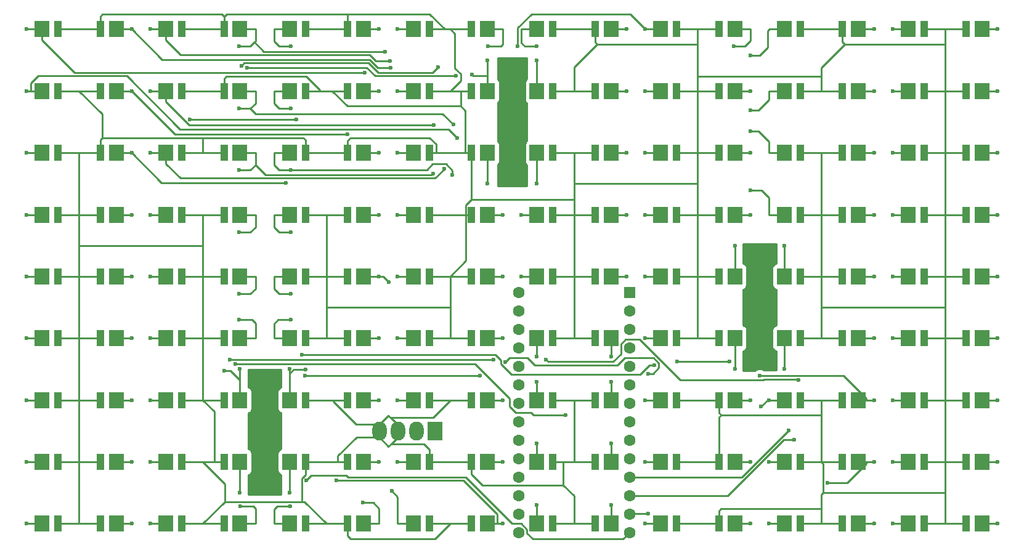
<source format=gbr>
G04 #@! TF.FileFunction,Copper,L1,Top,Signal*
%FSLAX46Y46*%
G04 Gerber Fmt 4.6, Leading zero omitted, Abs format (unit mm)*
G04 Created by KiCad (PCBNEW 4.0.7-e1-6374~58~ubuntu16.04.1) date Wed Aug 30 16:43:39 2017*
%MOMM*%
%LPD*%
G01*
G04 APERTURE LIST*
%ADD10C,0.100000*%
%ADD11R,2.000000X2.300000*%
%ADD12R,1.000000X2.300000*%
%ADD13R,2.000000X2.600000*%
%ADD14O,2.000000X2.600000*%
%ADD15C,1.600000*%
%ADD16R,1.600000X1.600000*%
%ADD17C,0.600000*%
%ADD18C,0.250000*%
%ADD19C,0.254000*%
G04 APERTURE END LIST*
D10*
D11*
X37350000Y46200000D03*
D12*
X39550000Y46200000D03*
D11*
X3350000Y71700000D03*
D12*
X5550000Y71700000D03*
D11*
X3350000Y63200000D03*
D12*
X5550000Y63200000D03*
D11*
X3350000Y54700000D03*
D12*
X5550000Y54700000D03*
D11*
X3350000Y46200000D03*
D12*
X5550000Y46200000D03*
D11*
X3350000Y37700000D03*
D12*
X5550000Y37700000D03*
D11*
X3350000Y29200000D03*
D12*
X5550000Y29200000D03*
D11*
X3350000Y20700000D03*
D12*
X5550000Y20700000D03*
D11*
X3350000Y12200000D03*
D12*
X5550000Y12200000D03*
D11*
X3350000Y3700000D03*
D12*
X5550000Y3700000D03*
D11*
X13550000Y71700000D03*
D12*
X11350000Y71700000D03*
D11*
X13550000Y63200000D03*
D12*
X11350000Y63200000D03*
D11*
X13550000Y54700000D03*
D12*
X11350000Y54700000D03*
D11*
X13550000Y46200000D03*
D12*
X11350000Y46200000D03*
D11*
X13550000Y37700000D03*
D12*
X11350000Y37700000D03*
D11*
X13550000Y29200000D03*
D12*
X11350000Y29200000D03*
D11*
X13550000Y20700000D03*
D12*
X11350000Y20700000D03*
D11*
X13550000Y12200000D03*
D12*
X11350000Y12200000D03*
D11*
X13550000Y3700000D03*
D12*
X11350000Y3700000D03*
D11*
X20350000Y71700000D03*
D12*
X22550000Y71700000D03*
D11*
X20350000Y63200000D03*
D12*
X22550000Y63200000D03*
D11*
X20350000Y54700000D03*
D12*
X22550000Y54700000D03*
D11*
X20350000Y46200000D03*
D12*
X22550000Y46200000D03*
D11*
X20350000Y37700000D03*
D12*
X22550000Y37700000D03*
D11*
X20350000Y29200000D03*
D12*
X22550000Y29200000D03*
D11*
X20350000Y20700000D03*
D12*
X22550000Y20700000D03*
D11*
X20350000Y12200000D03*
D12*
X22550000Y12200000D03*
D11*
X20350000Y3700000D03*
D12*
X22550000Y3700000D03*
D11*
X30550000Y71700000D03*
D12*
X28350000Y71700000D03*
D11*
X30550000Y63200000D03*
D12*
X28350000Y63200000D03*
D11*
X30550000Y54700000D03*
D12*
X28350000Y54700000D03*
D11*
X30550000Y46200000D03*
D12*
X28350000Y46200000D03*
D11*
X30550000Y37700000D03*
D12*
X28350000Y37700000D03*
D11*
X30550000Y29200000D03*
D12*
X28350000Y29200000D03*
D11*
X30550000Y20700000D03*
D12*
X28350000Y20700000D03*
D11*
X30550000Y12200000D03*
D12*
X28350000Y12200000D03*
D11*
X30550000Y3700000D03*
D12*
X28350000Y3700000D03*
D11*
X37350000Y71700000D03*
D12*
X39550000Y71700000D03*
D11*
X37350000Y63200000D03*
D12*
X39550000Y63200000D03*
D11*
X37350000Y54700000D03*
D12*
X39550000Y54700000D03*
D11*
X37350000Y37700000D03*
D12*
X39550000Y37700000D03*
D11*
X37350000Y29200000D03*
D12*
X39550000Y29200000D03*
D11*
X37350000Y20700000D03*
D12*
X39550000Y20700000D03*
D11*
X37350000Y12200000D03*
D12*
X39550000Y12200000D03*
D11*
X37350000Y3700000D03*
D12*
X39550000Y3700000D03*
D11*
X47550000Y71700000D03*
D12*
X45350000Y71700000D03*
D11*
X47550000Y63200000D03*
D12*
X45350000Y63200000D03*
D11*
X47550000Y54700000D03*
D12*
X45350000Y54700000D03*
D11*
X47550000Y46200000D03*
D12*
X45350000Y46200000D03*
D11*
X47550000Y37700000D03*
D12*
X45350000Y37700000D03*
D11*
X47550000Y29200000D03*
D12*
X45350000Y29200000D03*
D11*
X47550000Y20700000D03*
D12*
X45350000Y20700000D03*
D11*
X47550000Y12200000D03*
D12*
X45350000Y12200000D03*
D11*
X47550000Y3700000D03*
D12*
X45350000Y3700000D03*
D11*
X54350000Y71700000D03*
D12*
X56550000Y71700000D03*
D11*
X54350000Y63200000D03*
D12*
X56550000Y63200000D03*
D11*
X54350000Y54700000D03*
D12*
X56550000Y54700000D03*
D11*
X54350000Y46200000D03*
D12*
X56550000Y46200000D03*
D11*
X54350000Y37700000D03*
D12*
X56550000Y37700000D03*
D11*
X54350000Y29200000D03*
D12*
X56550000Y29200000D03*
D11*
X54350000Y20700000D03*
D12*
X56550000Y20700000D03*
D11*
X54350000Y12200000D03*
D12*
X56550000Y12200000D03*
D11*
X54350000Y3700000D03*
D12*
X56550000Y3700000D03*
D11*
X64550000Y71700000D03*
D12*
X62350000Y71700000D03*
D11*
X64550000Y63200000D03*
D12*
X62350000Y63200000D03*
D11*
X64550000Y54700000D03*
D12*
X62350000Y54700000D03*
D11*
X64550000Y46200000D03*
D12*
X62350000Y46200000D03*
D11*
X64550000Y37700000D03*
D12*
X62350000Y37700000D03*
D11*
X64550000Y29200000D03*
D12*
X62350000Y29200000D03*
D11*
X64550000Y20700000D03*
D12*
X62350000Y20700000D03*
D11*
X64550000Y12200000D03*
D12*
X62350000Y12200000D03*
D11*
X64550000Y3700000D03*
D12*
X62350000Y3700000D03*
D11*
X71350000Y71700000D03*
D12*
X73550000Y71700000D03*
D11*
X71350000Y63200000D03*
D12*
X73550000Y63200000D03*
D11*
X71350000Y54700000D03*
D12*
X73550000Y54700000D03*
D11*
X71350000Y46200000D03*
D12*
X73550000Y46200000D03*
D11*
X71350000Y37700000D03*
D12*
X73550000Y37700000D03*
D11*
X71350000Y29200000D03*
D12*
X73550000Y29200000D03*
D11*
X71350000Y20700000D03*
D12*
X73550000Y20700000D03*
D11*
X71350000Y12200000D03*
D12*
X73550000Y12200000D03*
D11*
X71350000Y3700000D03*
D12*
X73550000Y3700000D03*
D11*
X81550000Y71700000D03*
D12*
X79350000Y71700000D03*
D11*
X81550000Y63200000D03*
D12*
X79350000Y63200000D03*
D11*
X81550000Y54700000D03*
D12*
X79350000Y54700000D03*
D11*
X81550000Y46200000D03*
D12*
X79350000Y46200000D03*
D11*
X81550000Y37700000D03*
D12*
X79350000Y37700000D03*
D11*
X81550000Y29200000D03*
D12*
X79350000Y29200000D03*
D11*
X81550000Y20700000D03*
D12*
X79350000Y20700000D03*
D11*
X81550000Y12200000D03*
D12*
X79350000Y12200000D03*
D11*
X81550000Y3700000D03*
D12*
X79350000Y3700000D03*
D11*
X88350000Y71700000D03*
D12*
X90550000Y71700000D03*
D11*
X88350000Y63200000D03*
D12*
X90550000Y63200000D03*
D11*
X88350000Y54700000D03*
D12*
X90550000Y54700000D03*
D11*
X88350000Y46200000D03*
D12*
X90550000Y46200000D03*
D11*
X88350000Y37700000D03*
D12*
X90550000Y37700000D03*
D11*
X88350000Y29200000D03*
D12*
X90550000Y29200000D03*
D11*
X88350000Y20700000D03*
D12*
X90550000Y20700000D03*
D11*
X88350000Y12200000D03*
D12*
X90550000Y12200000D03*
D11*
X88350000Y3700000D03*
D12*
X90550000Y3700000D03*
D11*
X98550000Y71700000D03*
D12*
X96350000Y71700000D03*
D11*
X98550000Y63200000D03*
D12*
X96350000Y63200000D03*
D11*
X98550000Y54700000D03*
D12*
X96350000Y54700000D03*
D11*
X98550000Y46200000D03*
D12*
X96350000Y46200000D03*
D11*
X98550000Y37700000D03*
D12*
X96350000Y37700000D03*
D11*
X98550000Y29200000D03*
D12*
X96350000Y29200000D03*
D11*
X98550000Y20700000D03*
D12*
X96350000Y20700000D03*
D11*
X98550000Y12200000D03*
D12*
X96350000Y12200000D03*
D11*
X98550000Y3700000D03*
D12*
X96350000Y3700000D03*
D11*
X105350000Y71700000D03*
D12*
X107550000Y71700000D03*
D11*
X105350000Y63200000D03*
D12*
X107550000Y63200000D03*
D11*
X105350000Y54700000D03*
D12*
X107550000Y54700000D03*
D11*
X105350000Y46200000D03*
D12*
X107550000Y46200000D03*
D11*
X105350000Y37700000D03*
D12*
X107550000Y37700000D03*
D11*
X105350000Y29200000D03*
D12*
X107550000Y29200000D03*
D11*
X105350000Y20700000D03*
D12*
X107550000Y20700000D03*
D11*
X105350000Y12200000D03*
D12*
X107550000Y12200000D03*
D11*
X105350000Y3700000D03*
D12*
X107550000Y3700000D03*
D11*
X115550000Y71700000D03*
D12*
X113350000Y71700000D03*
D11*
X115550000Y63200000D03*
D12*
X113350000Y63200000D03*
D11*
X115550000Y54700000D03*
D12*
X113350000Y54700000D03*
D11*
X115550000Y46200000D03*
D12*
X113350000Y46200000D03*
D11*
X115550000Y37700000D03*
D12*
X113350000Y37700000D03*
D11*
X115550000Y29200000D03*
D12*
X113350000Y29200000D03*
D11*
X115550000Y20700000D03*
D12*
X113350000Y20700000D03*
D11*
X115550000Y12200000D03*
D12*
X113350000Y12200000D03*
D11*
X115550000Y3700000D03*
D12*
X113350000Y3700000D03*
D11*
X122350000Y71700000D03*
D12*
X124550000Y71700000D03*
D11*
X122350000Y63200000D03*
D12*
X124550000Y63200000D03*
D11*
X122350000Y54700000D03*
D12*
X124550000Y54700000D03*
D11*
X122350000Y46200000D03*
D12*
X124550000Y46200000D03*
D11*
X122350000Y37700000D03*
D12*
X124550000Y37700000D03*
D11*
X122350000Y29200000D03*
D12*
X124550000Y29200000D03*
D11*
X122350000Y20700000D03*
D12*
X124550000Y20700000D03*
D11*
X122350000Y12200000D03*
D12*
X124550000Y12200000D03*
D11*
X122350000Y3700000D03*
D12*
X124550000Y3700000D03*
D11*
X132550000Y71700000D03*
D12*
X130350000Y71700000D03*
D11*
X132550000Y63200000D03*
D12*
X130350000Y63200000D03*
D11*
X132550000Y54700000D03*
D12*
X130350000Y54700000D03*
D11*
X132550000Y46200000D03*
D12*
X130350000Y46200000D03*
D11*
X132550000Y37700000D03*
D12*
X130350000Y37700000D03*
D11*
X132550000Y29200000D03*
D12*
X130350000Y29200000D03*
D11*
X132550000Y20700000D03*
D12*
X130350000Y20700000D03*
D11*
X132550000Y12200000D03*
D12*
X130350000Y12200000D03*
D11*
X132550000Y3700000D03*
D12*
X130350000Y3700000D03*
D13*
X57325000Y16450000D03*
D14*
X54785000Y16450000D03*
X52245000Y16450000D03*
X49705000Y16450000D03*
D15*
X68830000Y2490000D03*
X84070000Y2490000D03*
X68830000Y5030000D03*
X68830000Y7570000D03*
X68830000Y10110000D03*
X68830000Y12650000D03*
X68830000Y15190000D03*
X68830000Y17730000D03*
X68830000Y20270000D03*
X68830000Y22810000D03*
X68830000Y25350000D03*
X68830000Y27890000D03*
X68830000Y30430000D03*
X68830000Y32970000D03*
X68830000Y35510000D03*
X84070000Y5030000D03*
X84070000Y7570000D03*
X84070000Y10110000D03*
X84070000Y12650000D03*
X84070000Y15190000D03*
X84070000Y17730000D03*
X84070000Y20270000D03*
X84070000Y22810000D03*
X84070000Y25350000D03*
X84070000Y27890000D03*
X84070000Y30430000D03*
X84070000Y32970000D03*
D16*
X84070000Y35510000D03*
D17*
X101950000Y33450000D03*
X101100000Y33450000D03*
X101950000Y34300000D03*
X101100000Y34300000D03*
X101950000Y32600000D03*
X101100000Y32600000D03*
X102800000Y32600000D03*
X102800000Y33450000D03*
X102800000Y34300000D03*
X67950000Y58100000D03*
X68800000Y58100000D03*
X67100000Y58100000D03*
X67100000Y58950000D03*
X67950000Y58950000D03*
X67950000Y59800000D03*
X67100000Y59800000D03*
X68800000Y59800000D03*
X68800000Y58950000D03*
X33950000Y17300000D03*
X34800000Y17300000D03*
X33100000Y17300000D03*
X34800000Y15600000D03*
X33100000Y15600000D03*
X33950000Y16450000D03*
X33950000Y15600000D03*
X33100000Y16450000D03*
X34800000Y16450000D03*
X29127100Y26274400D03*
X65405800Y26274400D03*
X60254700Y65275700D03*
X31543000Y66419800D03*
X72581700Y26298700D03*
X107292700Y23462600D03*
X1225000Y71700000D03*
X47727600Y65716800D03*
X1225000Y63200000D03*
X60378500Y56751000D03*
X23669500Y59300400D03*
X38283200Y59300400D03*
X1225000Y54700000D03*
X1225000Y46200000D03*
X1225000Y37700000D03*
X1225000Y29200000D03*
X1225000Y20700000D03*
X1225000Y12200000D03*
X1225000Y3700000D03*
X15675000Y71700000D03*
X51225000Y66376400D03*
X15675000Y63200000D03*
X45324600Y57233400D03*
X15675000Y54700000D03*
X36861300Y50584000D03*
X15675000Y46200000D03*
X15675000Y37700000D03*
X15675000Y29200000D03*
X15675000Y20700000D03*
X15675000Y12200000D03*
X15675000Y3700000D03*
X18225000Y71700000D03*
X51196700Y67337700D03*
X18225000Y63200000D03*
X57189400Y58545100D03*
X18225000Y54700000D03*
X58591600Y52520100D03*
X18225000Y46200000D03*
X18225000Y37700000D03*
X18225000Y29200000D03*
X18225000Y20700000D03*
X18225000Y12200000D03*
X18225000Y3700000D03*
X30448000Y69328000D03*
X50518300Y68629400D03*
X30448000Y60819000D03*
X59863900Y58566100D03*
X30448000Y52310000D03*
X57065600Y51850000D03*
X30448000Y43801000D03*
X30448000Y35292000D03*
X30448000Y31736000D03*
X30550000Y24950000D03*
X28403000Y24722900D03*
X30550000Y7950000D03*
X30575000Y6082000D03*
X37560000Y69328000D03*
X37560000Y60819000D03*
X37560000Y52310000D03*
X59726700Y51646600D03*
X37560000Y43801000D03*
X37560000Y35292000D03*
X37560000Y31736000D03*
X37350000Y24950000D03*
X39577200Y24948200D03*
X37350000Y7950000D03*
X37433000Y6082000D03*
X49675000Y71700000D03*
X49675000Y63200000D03*
X49675000Y54700000D03*
X49675000Y46200000D03*
X49675000Y37700000D03*
X51030300Y36918600D03*
X49675000Y29200000D03*
X49675000Y20700000D03*
X49675000Y12200000D03*
X47466000Y6590000D03*
X52225000Y71700000D03*
X52225000Y63200000D03*
X52225000Y54700000D03*
X52225000Y46200000D03*
X52225000Y37700000D03*
X52225000Y29200000D03*
X52225000Y20700000D03*
X52225000Y12200000D03*
X51403000Y8241000D03*
X64611000Y69328000D03*
X64550000Y67450000D03*
X62466000Y65455100D03*
X64550000Y50450000D03*
X66675000Y46200000D03*
X66675000Y37700000D03*
X66675000Y29200000D03*
X66675000Y20700000D03*
X66675000Y12200000D03*
X66675000Y3700000D03*
X43829700Y9657500D03*
X71342000Y69328000D03*
X71350000Y67450000D03*
X71350000Y50450000D03*
X69225000Y46200000D03*
X69225000Y37700000D03*
X71350000Y26650000D03*
X71350000Y23250000D03*
X71350000Y14750000D03*
X71350000Y6250000D03*
X83675000Y71700000D03*
X83675000Y63200000D03*
X83675000Y54700000D03*
X83675000Y46200000D03*
X83675000Y37700000D03*
X81550000Y26650000D03*
X81550000Y23250000D03*
X81550000Y14750000D03*
X81550000Y6250000D03*
X86225000Y71700000D03*
X68735400Y69383200D03*
X86225000Y63200000D03*
X86225000Y54700000D03*
X86225000Y46200000D03*
X86225000Y37700000D03*
X86225000Y29200000D03*
X86225000Y20700000D03*
X86225000Y12200000D03*
X86225000Y3700000D03*
X98393000Y69328000D03*
X100675000Y63200000D03*
X100675000Y54700000D03*
X100675000Y46200000D03*
X98550000Y41950000D03*
X98550000Y24950000D03*
X100675000Y20700000D03*
X100675000Y12200000D03*
X100675000Y3700000D03*
X100679000Y68058000D03*
X100679000Y60565000D03*
X100679000Y57644000D03*
X100679000Y49516000D03*
X105350000Y41950000D03*
X105350000Y24950000D03*
X103225000Y20700000D03*
X102175600Y19809200D03*
X103225000Y12200000D03*
X103225000Y3700000D03*
X117675000Y71700000D03*
X117675000Y63200000D03*
X117675000Y54700000D03*
X117675000Y46200000D03*
X117697000Y37705000D03*
X117675000Y29200000D03*
X117675000Y20700000D03*
X101986100Y24087900D03*
X117675000Y12200000D03*
X111318100Y9338500D03*
X117675000Y3700000D03*
X120225000Y71700000D03*
X120225000Y63200000D03*
X120225000Y54700000D03*
X120225000Y46200000D03*
X120225000Y37700000D03*
X120237000Y29196000D03*
X120225000Y20700000D03*
X120225000Y12200000D03*
X120225000Y3700000D03*
X134675000Y71700000D03*
X134675000Y63200000D03*
X134675000Y54700000D03*
X134675000Y46200000D03*
X134675000Y37700000D03*
X134675000Y29200000D03*
X134675000Y20700000D03*
X134675000Y12200000D03*
X134675000Y3700000D03*
X87485500Y25482900D03*
X39044300Y26949700D03*
X39644000Y9653300D03*
X97820200Y26015900D03*
X90636900Y26015900D03*
X86674000Y5069800D03*
X75338100Y18664400D03*
X29920500Y25634100D03*
X106667400Y15237200D03*
X57749300Y66472700D03*
X30726100Y66636600D03*
X86658300Y24345200D03*
X67000600Y25918600D03*
X63533800Y24087300D03*
X39481900Y24087300D03*
X105910800Y16551300D03*
D18*
X22550000Y71700000D02*
X28350000Y71700000D01*
X22550000Y63200000D02*
X28350000Y63200000D01*
X39550000Y71700000D02*
X45350000Y71700000D01*
X39550000Y54700000D02*
X45350000Y54700000D01*
X56550000Y12200000D02*
X62350000Y12200000D01*
X73550000Y71700000D02*
X79350000Y71700000D01*
X90550000Y3700000D02*
X96350000Y3700000D01*
X90550000Y12200000D02*
X96350000Y12200000D01*
X90550000Y20700000D02*
X96350000Y20700000D01*
X107550000Y71700000D02*
X113350000Y71700000D01*
X56550000Y3700000D02*
X59450000Y3700000D01*
X59450000Y3700000D02*
X62350000Y3700000D01*
X45350000Y2009500D02*
X45350000Y3700000D01*
X45730300Y1629200D02*
X45350000Y2009500D01*
X57379200Y1629200D02*
X45730300Y1629200D01*
X59450000Y3700000D02*
X57379200Y1629200D01*
X124550000Y71700000D02*
X127450000Y71700000D01*
X127450000Y71700000D02*
X130350000Y71700000D01*
X124550000Y63200000D02*
X127450000Y63200000D01*
X127450000Y63200000D02*
X130350000Y63200000D01*
X52245000Y17280000D02*
X52245000Y16450000D01*
X51312500Y18212600D02*
X52245000Y17280000D01*
X127450000Y71700000D02*
X127450000Y69628100D01*
X127450000Y69628100D02*
X127450000Y63200000D01*
X127450000Y54700000D02*
X127450000Y63200000D01*
X124550000Y54700000D02*
X127450000Y54700000D01*
X127450000Y54700000D02*
X130350000Y54700000D01*
X127450000Y46200000D02*
X127450000Y54700000D01*
X124550000Y46200000D02*
X127450000Y46200000D01*
X127450000Y46200000D02*
X130350000Y46200000D01*
X127450000Y37700000D02*
X127450000Y46200000D01*
X124550000Y37700000D02*
X127450000Y37700000D01*
X127450000Y37700000D02*
X130350000Y37700000D01*
X124550000Y29200000D02*
X127450000Y29200000D01*
X127450000Y29200000D02*
X130350000Y29200000D01*
X127450000Y20700000D02*
X127450000Y29200000D01*
X124550000Y20700000D02*
X127450000Y20700000D01*
X127450000Y20700000D02*
X130350000Y20700000D01*
X127450000Y12200000D02*
X127450000Y20700000D01*
X124550000Y12200000D02*
X127450000Y12200000D01*
X127450000Y12200000D02*
X130350000Y12200000D01*
X124550000Y3700000D02*
X127450000Y3700000D01*
X127450000Y3700000D02*
X130350000Y3700000D01*
X107550000Y3700000D02*
X110450000Y3700000D01*
X110450000Y3700000D02*
X113350000Y3700000D01*
X107550000Y12200000D02*
X110450000Y12200000D01*
X110450000Y12200000D02*
X113350000Y12200000D01*
X127450000Y3700000D02*
X127450000Y7950000D01*
X127450000Y7950000D02*
X127450000Y12200000D01*
X107550000Y20700000D02*
X110450000Y20700000D01*
X110450000Y20700000D02*
X113350000Y20700000D01*
X107550000Y29200000D02*
X110450000Y29200000D01*
X110450000Y29200000D02*
X113350000Y29200000D01*
X107550000Y37700000D02*
X110450000Y37700000D01*
X110450000Y37700000D02*
X113350000Y37700000D01*
X110450000Y29200000D02*
X110450000Y33450000D01*
X110450000Y33450000D02*
X110450000Y37700000D01*
X110450000Y33450000D02*
X127450000Y33450000D01*
X127450000Y29200000D02*
X127450000Y33450000D01*
X127450000Y33450000D02*
X127450000Y37700000D01*
X110450000Y46200000D02*
X110450000Y37700000D01*
X107550000Y46200000D02*
X110450000Y46200000D01*
X110450000Y46200000D02*
X113350000Y46200000D01*
X110450000Y54700000D02*
X110450000Y46200000D01*
X107550000Y54700000D02*
X110450000Y54700000D01*
X110450000Y54700000D02*
X113350000Y54700000D01*
X107550000Y63200000D02*
X110450000Y63200000D01*
X110450000Y63200000D02*
X113350000Y63200000D01*
X127450000Y69628100D02*
X113661200Y69628100D01*
X113350000Y69939300D02*
X113350000Y71700000D01*
X113661200Y69628100D02*
X113350000Y69939300D01*
X110450000Y20700000D02*
X110450000Y18628100D01*
X110450000Y18628100D02*
X110450000Y12200000D01*
X90550000Y71700000D02*
X93450000Y71700000D01*
X93450000Y71700000D02*
X96350000Y71700000D01*
X90550000Y63200000D02*
X93450000Y63200000D01*
X93450000Y63200000D02*
X96350000Y63200000D01*
X110450000Y63200000D02*
X110450000Y65225400D01*
X110450000Y66416900D02*
X113661200Y69628100D01*
X110450000Y65225400D02*
X110450000Y66416900D01*
X93450000Y65225400D02*
X110450000Y65225400D01*
X93450000Y65225400D02*
X93450000Y63200000D01*
X93450000Y54700000D02*
X93450000Y63200000D01*
X90550000Y54700000D02*
X93450000Y54700000D01*
X93450000Y54700000D02*
X96350000Y54700000D01*
X90550000Y46200000D02*
X93450000Y46200000D01*
X93450000Y46200000D02*
X96350000Y46200000D01*
X93450000Y37700000D02*
X93450000Y46200000D01*
X90550000Y37700000D02*
X93450000Y37700000D01*
X93450000Y37700000D02*
X96350000Y37700000D01*
X93450000Y29200000D02*
X93450000Y37700000D01*
X90550000Y29200000D02*
X93450000Y29200000D01*
X93450000Y29200000D02*
X96350000Y29200000D01*
X96350000Y18939300D02*
X96350000Y20700000D01*
X96661200Y18628100D02*
X96350000Y18939300D01*
X110450000Y18628100D02*
X96661200Y18628100D01*
X96350000Y18316900D02*
X96350000Y12200000D01*
X96661200Y18628100D02*
X96350000Y18316900D01*
X96350000Y5460800D02*
X96350000Y3700000D01*
X96666100Y5776900D02*
X96350000Y5460800D01*
X110450000Y5776900D02*
X96666100Y5776900D01*
X110450000Y3700000D02*
X110450000Y5776900D01*
X93450000Y71700000D02*
X93450000Y69642200D01*
X93450000Y69642200D02*
X93450000Y65225400D01*
X73550000Y3700000D02*
X76450000Y3700000D01*
X76450000Y3700000D02*
X79350000Y3700000D01*
X76450000Y12200000D02*
X79350000Y12200000D01*
X76450000Y20700000D02*
X76450000Y12200000D01*
X73550000Y20700000D02*
X76450000Y20700000D01*
X76450000Y20700000D02*
X79350000Y20700000D01*
X73550000Y29200000D02*
X76450000Y29200000D01*
X76450000Y29200000D02*
X79350000Y29200000D01*
X76450000Y37700000D02*
X76450000Y29200000D01*
X73550000Y37700000D02*
X76450000Y37700000D01*
X76450000Y37700000D02*
X79350000Y37700000D01*
X76450000Y46200000D02*
X76450000Y37700000D01*
X73550000Y46200000D02*
X76450000Y46200000D01*
X76450000Y46200000D02*
X79350000Y46200000D01*
X73550000Y54700000D02*
X76450000Y54700000D01*
X76450000Y54700000D02*
X79350000Y54700000D01*
X73550000Y63200000D02*
X76450000Y63200000D01*
X76450000Y63200000D02*
X79350000Y63200000D01*
X76450000Y66445100D02*
X79647100Y69642200D01*
X76450000Y63200000D02*
X76450000Y66445100D01*
X93450000Y69642200D02*
X79647100Y69642200D01*
X79350000Y69939300D02*
X79350000Y71700000D01*
X79647100Y69642200D02*
X79350000Y69939300D01*
X93450000Y46200000D02*
X93450000Y50450000D01*
X93450000Y50450000D02*
X93450000Y54700000D01*
X93450000Y50450000D02*
X76450000Y50450000D01*
X76450000Y54700000D02*
X76450000Y50450000D01*
X59450000Y71700000D02*
X62350000Y71700000D01*
X56550000Y63200000D02*
X59450000Y63200000D01*
X56550000Y71700000D02*
X58670800Y71700000D01*
X58670800Y71700000D02*
X59450000Y71700000D01*
X56550000Y54700000D02*
X57487600Y54700000D01*
X45350000Y56362600D02*
X45350000Y54700000D01*
X45749700Y56762300D02*
X45350000Y56362600D01*
X56625700Y56762300D02*
X45749700Y56762300D01*
X57487600Y55900400D02*
X56625700Y56762300D01*
X57487600Y54700000D02*
X57487600Y55900400D01*
X56550000Y46200000D02*
X61615000Y46200000D01*
X61615000Y46200000D02*
X62350000Y46200000D01*
X76450000Y50450000D02*
X76450000Y48280000D01*
X76450000Y48280000D02*
X76450000Y46200000D01*
X56550000Y37700000D02*
X59450000Y37700000D01*
X59450000Y37700000D02*
X62350000Y37700000D01*
X61615000Y39865000D02*
X61615000Y46200000D01*
X59450000Y37700000D02*
X61615000Y39865000D01*
X56550000Y29200000D02*
X59450000Y29200000D01*
X59450000Y29200000D02*
X62350000Y29200000D01*
X56550000Y20700000D02*
X59450000Y20700000D01*
X59450000Y20700000D02*
X62350000Y20700000D01*
X51427700Y18327800D02*
X51312500Y18212600D01*
X57077800Y18327800D02*
X51427700Y18327800D01*
X59450000Y20700000D02*
X57077800Y18327800D01*
X62350000Y48280000D02*
X76450000Y48280000D01*
X61615000Y47545000D02*
X62350000Y48280000D01*
X61615000Y46200000D02*
X61615000Y47545000D01*
X62350000Y48280000D02*
X62350000Y54700000D01*
X39550000Y3700000D02*
X42450000Y3700000D01*
X42450000Y3700000D02*
X45350000Y3700000D01*
X39550000Y12200000D02*
X44008400Y12200000D01*
X44008400Y12200000D02*
X45350000Y12200000D01*
X46565400Y15570000D02*
X49705000Y15570000D01*
X44008400Y13013000D02*
X46565400Y15570000D01*
X44008400Y12200000D02*
X44008400Y13013000D01*
X49705000Y16450000D02*
X49705000Y15570000D01*
X39550000Y20700000D02*
X43375100Y20700000D01*
X43375100Y20700000D02*
X45350000Y20700000D01*
X46513600Y17330000D02*
X49705000Y17330000D01*
X43375100Y20468500D02*
X46513600Y17330000D01*
X43375100Y20700000D02*
X43375100Y20468500D01*
X49705000Y16450000D02*
X49705000Y17330000D01*
X50950000Y18575000D02*
X51312500Y18212600D01*
X49705000Y17330000D02*
X50950000Y18575000D01*
X39550000Y29200000D02*
X42450000Y29200000D01*
X42450000Y29200000D02*
X45350000Y29200000D01*
X39550000Y37700000D02*
X42450000Y37700000D01*
X42450000Y37700000D02*
X45350000Y37700000D01*
X42450000Y46200000D02*
X42450000Y37700000D01*
X39550000Y46200000D02*
X42450000Y46200000D01*
X42450000Y46200000D02*
X45350000Y46200000D01*
X59450000Y29200000D02*
X59450000Y33450000D01*
X59450000Y33450000D02*
X59450000Y37700000D01*
X59450000Y33450000D02*
X42450000Y33450000D01*
X42450000Y37700000D02*
X42450000Y33450000D01*
X42450000Y33450000D02*
X42450000Y29200000D01*
X45350000Y73753000D02*
X45350000Y71700000D01*
X56617800Y73753000D02*
X45350000Y73753000D01*
X58670800Y71700000D02*
X56617800Y73753000D01*
X22550000Y3700000D02*
X25450000Y3700000D01*
X25450000Y3700000D02*
X28350000Y3700000D01*
X22550000Y12200000D02*
X25450000Y12200000D01*
X28464400Y9185600D02*
X28464400Y6714400D01*
X25450000Y12200000D02*
X28464400Y9185600D01*
X25450000Y3700000D02*
X28464400Y6714400D01*
X22550000Y20700000D02*
X25450000Y20700000D01*
X25450000Y20700000D02*
X28350000Y20700000D01*
X27008400Y19141600D02*
X27008400Y12200000D01*
X25450000Y20700000D02*
X27008400Y19141600D01*
X25450000Y12200000D02*
X27008400Y12200000D01*
X27008400Y12200000D02*
X28350000Y12200000D01*
X25450000Y29200000D02*
X25450000Y20700000D01*
X22550000Y29200000D02*
X25450000Y29200000D01*
X25450000Y29200000D02*
X28350000Y29200000D01*
X25450000Y37700000D02*
X25450000Y29200000D01*
X22550000Y37700000D02*
X25450000Y37700000D01*
X25450000Y37700000D02*
X28350000Y37700000D01*
X22550000Y46200000D02*
X25450000Y46200000D01*
X25450000Y46200000D02*
X28350000Y46200000D01*
X22550000Y54700000D02*
X25450000Y54700000D01*
X25450000Y54700000D02*
X28350000Y54700000D01*
X11350000Y73428900D02*
X11350000Y71700000D01*
X11652600Y73731500D02*
X11350000Y73428900D01*
X28015200Y73731500D02*
X11652600Y73731500D01*
X28350000Y73396700D02*
X28015200Y73731500D01*
X28706300Y73753000D02*
X28350000Y73396700D01*
X45350000Y73753000D02*
X28706300Y73753000D01*
X28350000Y73396700D02*
X28350000Y71700000D01*
X59450000Y63200000D02*
X60900000Y63200000D01*
X60900000Y63200000D02*
X62350000Y63200000D01*
X5550000Y71700000D02*
X11350000Y71700000D01*
X8450000Y46200000D02*
X8450000Y54700000D01*
X5550000Y54700000D02*
X8450000Y54700000D01*
X8450000Y54700000D02*
X11350000Y54700000D01*
X5550000Y46200000D02*
X8450000Y46200000D01*
X8450000Y46200000D02*
X11350000Y46200000D01*
X5550000Y37700000D02*
X8450000Y37700000D01*
X8450000Y37700000D02*
X11350000Y37700000D01*
X8450000Y29200000D02*
X8450000Y37700000D01*
X5550000Y29200000D02*
X8450000Y29200000D01*
X8450000Y29200000D02*
X11350000Y29200000D01*
X8450000Y20700000D02*
X8450000Y29200000D01*
X5550000Y20700000D02*
X8450000Y20700000D01*
X8450000Y20700000D02*
X11350000Y20700000D01*
X8450000Y12200000D02*
X8450000Y20700000D01*
X5550000Y12200000D02*
X8450000Y12200000D01*
X8450000Y12200000D02*
X11350000Y12200000D01*
X8450000Y3700000D02*
X8450000Y12200000D01*
X5550000Y3700000D02*
X8450000Y3700000D01*
X8450000Y3700000D02*
X11350000Y3700000D01*
X43209800Y63200000D02*
X45350000Y63200000D01*
X45295600Y61114200D02*
X60900000Y61114200D01*
X43209800Y63200000D02*
X45295600Y61114200D01*
X60900000Y63200000D02*
X60900000Y61114200D01*
X57487600Y54700000D02*
X61524700Y54700000D01*
X61524700Y54700000D02*
X62350000Y54700000D01*
X75000000Y12200000D02*
X75000000Y8982400D01*
X76450000Y7532400D02*
X75000000Y8982400D01*
X76450000Y3700000D02*
X76450000Y7532400D01*
X62350000Y10509200D02*
X62350000Y12200000D01*
X63876800Y8982400D02*
X62350000Y10509200D01*
X75000000Y8982400D02*
X63876800Y8982400D01*
X73550000Y12200000D02*
X75000000Y12200000D01*
X75000000Y12200000D02*
X76450000Y12200000D01*
X5550000Y63200000D02*
X8450000Y63200000D01*
X8450000Y63200000D02*
X11350000Y63200000D01*
X11641400Y60008600D02*
X11641400Y56743800D01*
X8450000Y63200000D02*
X11641400Y60008600D01*
X11350000Y56452400D02*
X11641400Y56743800D01*
X11350000Y54700000D02*
X11350000Y56452400D01*
X50950000Y14325000D02*
X51312500Y14687500D01*
X49705000Y15570000D02*
X50950000Y14325000D01*
X52245000Y15620000D02*
X52245000Y16450000D01*
X51312500Y14687500D02*
X52245000Y15620000D01*
X56550000Y13931100D02*
X56550000Y12200000D01*
X55793600Y14687500D02*
X56550000Y13931100D01*
X51312500Y14687500D02*
X55793600Y14687500D01*
X25450000Y54700000D02*
X25450000Y56695600D01*
X25401800Y56743800D02*
X25450000Y56695600D01*
X11641400Y56743800D02*
X25401800Y56743800D01*
X39550000Y56452400D02*
X39550000Y54700000D01*
X39258600Y56743800D02*
X39550000Y56452400D01*
X25498200Y56743800D02*
X39258600Y56743800D01*
X25450000Y56695600D02*
X25498200Y56743800D01*
X60086300Y71063700D02*
X59450000Y71700000D01*
X60086300Y66328400D02*
X60086300Y71063700D01*
X60086400Y66328400D02*
X60086300Y66328400D01*
X60880000Y65534800D02*
X60086400Y66328400D01*
X60880000Y64630000D02*
X60880000Y65534800D01*
X59450000Y63200000D02*
X60880000Y64630000D01*
X39550000Y63200000D02*
X41507600Y63200000D01*
X41507600Y63200000D02*
X43209800Y63200000D01*
X8450000Y37700000D02*
X8450000Y41950000D01*
X8450000Y41950000D02*
X8450000Y46200000D01*
X8450000Y41950000D02*
X25450000Y41950000D01*
X25450000Y46200000D02*
X25450000Y41950000D01*
X25450000Y41950000D02*
X25450000Y37700000D01*
X61524700Y60489500D02*
X60900000Y61114200D01*
X61524700Y54700000D02*
X61524700Y60489500D01*
X39018700Y9916000D02*
X39018700Y6714400D01*
X39550000Y10447300D02*
X39018700Y9916000D01*
X39550000Y12200000D02*
X39550000Y10447300D01*
X28464400Y6714400D02*
X39018700Y6714400D01*
X39435600Y6714400D02*
X42450000Y3700000D01*
X39018700Y6714400D02*
X39435600Y6714400D01*
X41507600Y63370400D02*
X41507600Y63200000D01*
X39652600Y65225400D02*
X41507600Y63370400D01*
X28672100Y65225400D02*
X39652600Y65225400D01*
X28350000Y64903300D02*
X28672100Y65225400D01*
X28350000Y63200000D02*
X28350000Y64903300D01*
X110671700Y11978300D02*
X110450000Y12200000D01*
X110671700Y7950000D02*
X110671700Y11978300D01*
X110450000Y7728300D02*
X110671700Y7950000D01*
X110450000Y5776900D02*
X110450000Y7728300D01*
X110671700Y7950000D02*
X127450000Y7950000D01*
X29127100Y26274400D02*
X65405800Y26274400D01*
X47962500Y66419800D02*
X31543000Y66419800D01*
X49106600Y65275700D02*
X47962500Y66419800D01*
X60254700Y65275700D02*
X49106600Y65275700D01*
X72901000Y25979400D02*
X72581700Y26298700D01*
X81837600Y25979400D02*
X72901000Y25979400D01*
X82875400Y27017200D02*
X81837600Y25979400D01*
X82875400Y28350200D02*
X82875400Y27017200D01*
X83543200Y29018000D02*
X82875400Y28350200D01*
X85472800Y29018000D02*
X83543200Y29018000D01*
X91028200Y23462600D02*
X85472800Y29018000D01*
X102481400Y23462600D02*
X91028200Y23462600D01*
X102548200Y23529400D02*
X102481400Y23462600D01*
X107225900Y23529400D02*
X102548200Y23529400D01*
X107292700Y23462600D02*
X107225900Y23529400D01*
X3350000Y71700000D02*
X1225000Y71700000D01*
X3350000Y71700000D02*
X3350000Y70224700D01*
X7857900Y65716800D02*
X47727600Y65716800D01*
X3350000Y70224700D02*
X7857900Y65716800D01*
X3350000Y63200000D02*
X1791700Y63200000D01*
X1791700Y63200000D02*
X1225000Y63200000D01*
X59209800Y57919700D02*
X60378500Y56751000D01*
X22329900Y57919700D02*
X59209800Y57919700D01*
X14983200Y65266400D02*
X22329900Y57919700D01*
X2790700Y65266400D02*
X14983200Y65266400D01*
X1791700Y64267400D02*
X2790700Y65266400D01*
X1791700Y63200000D02*
X1791700Y64267400D01*
X38283200Y59300400D02*
X23669500Y59300400D01*
X1225000Y54700000D02*
X3350000Y54700000D01*
X3350000Y46200000D02*
X1225000Y46200000D01*
X3350000Y37700000D02*
X1225000Y37700000D01*
X3350000Y29200000D02*
X1225000Y29200000D01*
X3350000Y20700000D02*
X1225000Y20700000D01*
X3350000Y12200000D02*
X1225000Y12200000D01*
X3350000Y3700000D02*
X1225000Y3700000D01*
X13550000Y71700000D02*
X15675000Y71700000D01*
X19871300Y67503700D02*
X15675000Y71700000D01*
X48377400Y67503700D02*
X19871300Y67503700D01*
X49504700Y66376400D02*
X48377400Y67503700D01*
X51225000Y66376400D02*
X49504700Y66376400D01*
X13550000Y63200000D02*
X15675000Y63200000D01*
X21641600Y57233400D02*
X45324600Y57233400D01*
X15675000Y63200000D02*
X21641600Y57233400D01*
X13550000Y54700000D02*
X15675000Y54700000D01*
X19791000Y50584000D02*
X36861300Y50584000D01*
X15675000Y54700000D02*
X19791000Y50584000D01*
X13550000Y46200000D02*
X15675000Y46200000D01*
X13550000Y37700000D02*
X15675000Y37700000D01*
X13550000Y29200000D02*
X15675000Y29200000D01*
X13550000Y20700000D02*
X15675000Y20700000D01*
X13550000Y12200000D02*
X15675000Y12200000D01*
X13550000Y3700000D02*
X15675000Y3700000D01*
X20350000Y71700000D02*
X18225000Y71700000D01*
X20350000Y71700000D02*
X20350000Y70224700D01*
X22395700Y68179000D02*
X20350000Y70224700D01*
X48339000Y68179000D02*
X22395700Y68179000D01*
X49180300Y67337700D02*
X48339000Y68179000D01*
X51196700Y67337700D02*
X49180300Y67337700D01*
X20350000Y63200000D02*
X18225000Y63200000D01*
X20350000Y63200000D02*
X20350000Y61724700D01*
X23529600Y58545100D02*
X20350000Y61724700D01*
X57189400Y58545100D02*
X23529600Y58545100D01*
X20350000Y54700000D02*
X18225000Y54700000D01*
X20350000Y54700000D02*
X20350000Y53224700D01*
X58591600Y52462200D02*
X58591600Y52520100D01*
X57338800Y51209400D02*
X58591600Y52462200D01*
X22365300Y51209400D02*
X57338800Y51209400D01*
X20350000Y53224700D02*
X22365300Y51209400D01*
X20350000Y46200000D02*
X18225000Y46200000D01*
X20350000Y37700000D02*
X18225000Y37700000D01*
X20350000Y29200000D02*
X18225000Y29200000D01*
X20350000Y20700000D02*
X18225000Y20700000D01*
X20350000Y12200000D02*
X18225000Y12200000D01*
X20350000Y3700000D02*
X18225000Y3700000D01*
X32675000Y70031000D02*
X32551700Y69907700D01*
X32675000Y71700000D02*
X32675000Y70031000D01*
X30550000Y71700000D02*
X32675000Y71700000D01*
X31972000Y69328000D02*
X30448000Y69328000D01*
X32551700Y69907700D02*
X31972000Y69328000D01*
X33830000Y68629400D02*
X32551700Y69907700D01*
X50518300Y68629400D02*
X33830000Y68629400D01*
X32675000Y61522000D02*
X31972200Y60819200D01*
X32675000Y63200000D02*
X32675000Y61522000D01*
X30550000Y63200000D02*
X32675000Y63200000D01*
X31972000Y60819000D02*
X30448000Y60819000D01*
X31972200Y60819200D02*
X31972000Y60819000D01*
X58350900Y60079100D02*
X59863900Y58566100D01*
X32712300Y60079100D02*
X58350900Y60079100D01*
X31972200Y60819200D02*
X32712300Y60079100D01*
X32675000Y54700000D02*
X32675000Y53013000D01*
X30550000Y54700000D02*
X32675000Y54700000D01*
X31972000Y52310000D02*
X30448000Y52310000D01*
X32675000Y53013000D02*
X31972000Y52310000D01*
X56875300Y51659700D02*
X57065600Y51850000D01*
X34028300Y51659700D02*
X56875300Y51659700D01*
X32675000Y53013000D02*
X34028300Y51659700D01*
X31972000Y43801000D02*
X30448000Y43801000D01*
X32675000Y44504000D02*
X31972000Y43801000D01*
X32675000Y46200000D02*
X32675000Y44504000D01*
X30550000Y46200000D02*
X32675000Y46200000D01*
X31972000Y35292000D02*
X30448000Y35292000D01*
X32675000Y35995000D02*
X31972000Y35292000D01*
X32675000Y37700000D02*
X32675000Y35995000D01*
X30550000Y37700000D02*
X32675000Y37700000D01*
X32226000Y31736000D02*
X30448000Y31736000D01*
X32675000Y31287000D02*
X32226000Y31736000D01*
X32675000Y29200000D02*
X32675000Y31287000D01*
X30550000Y29200000D02*
X32675000Y29200000D01*
X30550000Y20700000D02*
X30550000Y23437300D01*
X30550000Y23437300D02*
X30550000Y24950000D01*
X29264400Y24722900D02*
X28403000Y24722900D01*
X30550000Y23437300D02*
X29264400Y24722900D01*
X30550000Y12200000D02*
X30550000Y7950000D01*
X32353000Y6082000D02*
X30575000Y6082000D01*
X32675000Y5760000D02*
X32353000Y6082000D01*
X32675000Y3700000D02*
X32675000Y5760000D01*
X30550000Y3700000D02*
X32675000Y3700000D01*
X35909000Y69328000D02*
X37560000Y69328000D01*
X35225000Y70012000D02*
X35909000Y69328000D01*
X35225000Y71700000D02*
X35225000Y70012000D01*
X37350000Y71700000D02*
X35225000Y71700000D01*
X35909000Y60819000D02*
X37560000Y60819000D01*
X35225000Y61503000D02*
X35909000Y60819000D01*
X35225000Y63200000D02*
X35225000Y61503000D01*
X37350000Y63200000D02*
X35225000Y63200000D01*
X35909000Y52310000D02*
X37560000Y52310000D01*
X35225000Y52994000D02*
X35909000Y52310000D01*
X35225000Y54700000D02*
X35225000Y52994000D01*
X37350000Y54700000D02*
X35225000Y54700000D01*
X59726600Y51646600D02*
X59726700Y51646600D01*
X59726600Y52269600D02*
X59726600Y51646600D01*
X58844800Y53151400D02*
X59726600Y52269600D01*
X57051400Y53151400D02*
X58844800Y53151400D01*
X56210000Y52310000D02*
X57051400Y53151400D01*
X37560000Y52310000D02*
X56210000Y52310000D01*
X35909000Y43801000D02*
X37560000Y43801000D01*
X35225000Y44485000D02*
X35909000Y43801000D01*
X35225000Y46200000D02*
X35225000Y44485000D01*
X37350000Y46200000D02*
X35225000Y46200000D01*
X35909000Y35292000D02*
X37560000Y35292000D01*
X35225000Y35976000D02*
X35909000Y35292000D01*
X35225000Y37700000D02*
X35225000Y35976000D01*
X37350000Y37700000D02*
X35225000Y37700000D01*
X35782000Y31736000D02*
X37560000Y31736000D01*
X35225000Y31179000D02*
X35782000Y31736000D01*
X35225000Y29200000D02*
X35225000Y31179000D01*
X37350000Y29200000D02*
X35225000Y29200000D01*
X37350000Y20700000D02*
X37350000Y24378900D01*
X37350000Y24378900D02*
X37350000Y24950000D01*
X37919300Y24948200D02*
X39577200Y24948200D01*
X37350000Y24378900D02*
X37919300Y24948200D01*
X37350000Y12200000D02*
X37350000Y7950000D01*
X35655000Y6082000D02*
X37433000Y6082000D01*
X35225000Y5652000D02*
X35655000Y6082000D01*
X35225000Y3700000D02*
X35225000Y5652000D01*
X37350000Y3700000D02*
X35225000Y3700000D01*
X47550000Y71700000D02*
X49675000Y71700000D01*
X47550000Y63200000D02*
X49675000Y63200000D01*
X47550000Y54700000D02*
X49675000Y54700000D01*
X47550000Y46200000D02*
X49675000Y46200000D01*
X47550000Y37700000D02*
X49675000Y37700000D01*
X50248900Y37700000D02*
X51030300Y36918600D01*
X49675000Y37700000D02*
X50248900Y37700000D01*
X47550000Y29200000D02*
X49675000Y29200000D01*
X47550000Y20700000D02*
X49675000Y20700000D01*
X47550000Y12200000D02*
X49675000Y12200000D01*
X48863000Y6590000D02*
X47466000Y6590000D01*
X49675000Y5778000D02*
X48863000Y6590000D01*
X49675000Y3700000D02*
X49675000Y5778000D01*
X47550000Y3700000D02*
X49675000Y3700000D01*
X54350000Y71700000D02*
X52225000Y71700000D01*
X54350000Y63200000D02*
X52225000Y63200000D01*
X54350000Y54700000D02*
X52225000Y54700000D01*
X54350000Y46200000D02*
X52225000Y46200000D01*
X54350000Y37700000D02*
X52225000Y37700000D01*
X54350000Y29200000D02*
X52225000Y29200000D01*
X54350000Y20700000D02*
X52225000Y20700000D01*
X54350000Y12200000D02*
X52225000Y12200000D01*
X52225000Y7419000D02*
X51403000Y8241000D01*
X52225000Y3700000D02*
X52225000Y7419000D01*
X54350000Y3700000D02*
X52225000Y3700000D01*
X66389000Y69328000D02*
X64611000Y69328000D01*
X66675000Y69614000D02*
X66389000Y69328000D01*
X66675000Y71700000D02*
X66675000Y69614000D01*
X64550000Y71700000D02*
X66675000Y71700000D01*
X64550000Y63200000D02*
X64550000Y65325000D01*
X64550000Y65325000D02*
X64550000Y67450000D01*
X62596100Y65325000D02*
X62466000Y65455100D01*
X64550000Y65325000D02*
X62596100Y65325000D01*
X64550000Y54700000D02*
X64550000Y50450000D01*
X64550000Y46200000D02*
X66675000Y46200000D01*
X64550000Y37700000D02*
X66675000Y37700000D01*
X64550000Y29200000D02*
X66675000Y29200000D01*
X64550000Y20700000D02*
X66675000Y20700000D01*
X64550000Y12200000D02*
X66675000Y12200000D01*
X64550000Y3700000D02*
X65884400Y3700000D01*
X65884400Y3700000D02*
X66675000Y3700000D01*
X65884400Y5005500D02*
X65884400Y3700000D01*
X61232400Y9657500D02*
X65884400Y5005500D01*
X43829700Y9657500D02*
X61232400Y9657500D01*
X69691000Y69328000D02*
X71342000Y69328000D01*
X69225000Y69794000D02*
X69691000Y69328000D01*
X69225000Y71700000D02*
X69225000Y69794000D01*
X71350000Y71700000D02*
X69225000Y71700000D01*
X71350000Y63200000D02*
X71350000Y67450000D01*
X71350000Y54700000D02*
X71350000Y50450000D01*
X71350000Y46200000D02*
X69225000Y46200000D01*
X71350000Y37700000D02*
X69225000Y37700000D01*
X71350000Y29200000D02*
X71350000Y26650000D01*
X71350000Y20700000D02*
X71350000Y23250000D01*
X71350000Y12200000D02*
X71350000Y14750000D01*
X71350000Y3700000D02*
X71350000Y6250000D01*
X81550000Y71700000D02*
X83675000Y71700000D01*
X81550000Y63200000D02*
X83675000Y63200000D01*
X81550000Y54700000D02*
X83675000Y54700000D01*
X81550000Y46200000D02*
X83675000Y46200000D01*
X81550000Y37700000D02*
X83675000Y37700000D01*
X81550000Y29200000D02*
X81550000Y26650000D01*
X81550000Y20700000D02*
X81550000Y23250000D01*
X81550000Y12200000D02*
X81550000Y14750000D01*
X81550000Y3700000D02*
X81550000Y6250000D01*
X88350000Y71700000D02*
X86225000Y71700000D01*
X68735400Y71895700D02*
X68735400Y69383200D01*
X70612500Y73772800D02*
X68735400Y71895700D01*
X84152200Y73772800D02*
X70612500Y73772800D01*
X86225000Y71700000D02*
X84152200Y73772800D01*
X88350000Y63200000D02*
X86225000Y63200000D01*
X88350000Y54700000D02*
X86225000Y54700000D01*
X88350000Y46200000D02*
X86225000Y46200000D01*
X88350000Y37700000D02*
X86225000Y37700000D01*
X88350000Y29200000D02*
X86225000Y29200000D01*
X88350000Y20700000D02*
X86225000Y20700000D01*
X88350000Y12200000D02*
X86225000Y12200000D01*
X88350000Y3700000D02*
X86225000Y3700000D01*
X99917000Y69328000D02*
X98393000Y69328000D01*
X100675000Y70086000D02*
X99917000Y69328000D01*
X100675000Y71700000D02*
X100675000Y70086000D01*
X98550000Y71700000D02*
X100675000Y71700000D01*
X98550000Y63200000D02*
X100675000Y63200000D01*
X98550000Y54700000D02*
X100675000Y54700000D01*
X98550000Y46200000D02*
X100675000Y46200000D01*
X98550000Y37700000D02*
X98550000Y41950000D01*
X98550000Y29200000D02*
X98550000Y24950000D01*
X98550000Y20700000D02*
X100675000Y20700000D01*
X98550000Y12200000D02*
X100675000Y12200000D01*
X98550000Y3700000D02*
X100675000Y3700000D01*
X101949000Y68058000D02*
X100679000Y68058000D01*
X103092000Y69201000D02*
X101949000Y68058000D01*
X103092000Y71487000D02*
X103092000Y69201000D01*
X103305000Y71700000D02*
X103092000Y71487000D01*
X105350000Y71700000D02*
X103305000Y71700000D01*
X101822000Y60565000D02*
X100679000Y60565000D01*
X103225000Y61968000D02*
X101822000Y60565000D01*
X103225000Y63200000D02*
X103225000Y61968000D01*
X105350000Y63200000D02*
X103225000Y63200000D01*
X101822000Y57644000D02*
X100679000Y57644000D01*
X103225000Y56241000D02*
X101822000Y57644000D01*
X103225000Y54700000D02*
X103225000Y56241000D01*
X105350000Y54700000D02*
X103225000Y54700000D01*
X102203000Y49516000D02*
X100679000Y49516000D01*
X103225000Y48494000D02*
X102203000Y49516000D01*
X103225000Y46200000D02*
X103225000Y48494000D01*
X105350000Y46200000D02*
X103225000Y46200000D01*
X105350000Y37700000D02*
X105350000Y41950000D01*
X105350000Y29200000D02*
X105350000Y24950000D01*
X105350000Y20700000D02*
X103225000Y20700000D01*
X103066400Y20700000D02*
X102175600Y19809200D01*
X103225000Y20700000D02*
X103066400Y20700000D01*
X105350000Y12200000D02*
X103225000Y12200000D01*
X105350000Y3700000D02*
X103225000Y3700000D01*
X115550000Y71700000D02*
X117675000Y71700000D01*
X115550000Y63200000D02*
X117675000Y63200000D01*
X115550000Y54700000D02*
X117675000Y54700000D01*
X115550000Y46200000D02*
X117675000Y46200000D01*
X117692000Y37700000D02*
X117697000Y37705000D01*
X115550000Y37700000D02*
X117692000Y37700000D01*
X115550000Y29200000D02*
X117675000Y29200000D01*
X115550000Y20700000D02*
X116612500Y20700000D01*
X116612500Y20700000D02*
X117675000Y20700000D01*
X113477900Y24087900D02*
X101986100Y24087900D01*
X116612500Y20953300D02*
X113477900Y24087900D01*
X116612500Y20700000D02*
X116612500Y20953300D01*
X115550000Y12200000D02*
X116612500Y12200000D01*
X116612500Y12200000D02*
X117675000Y12200000D01*
X114027100Y9338500D02*
X111318100Y9338500D01*
X116612500Y11923900D02*
X114027100Y9338500D01*
X116612500Y12200000D02*
X116612500Y11923900D01*
X115550000Y3700000D02*
X117675000Y3700000D01*
X122350000Y71700000D02*
X120225000Y71700000D01*
X122350000Y63200000D02*
X120225000Y63200000D01*
X122350000Y54700000D02*
X120225000Y54700000D01*
X122350000Y46200000D02*
X120225000Y46200000D01*
X122350000Y37700000D02*
X120225000Y37700000D01*
X120241000Y29200000D02*
X120237000Y29196000D01*
X122350000Y29200000D02*
X120241000Y29200000D01*
X122350000Y20700000D02*
X120225000Y20700000D01*
X122350000Y12200000D02*
X120225000Y12200000D01*
X122350000Y3700000D02*
X120225000Y3700000D01*
X132550000Y71700000D02*
X134675000Y71700000D01*
X132550000Y63200000D02*
X134675000Y63200000D01*
X132550000Y54700000D02*
X134675000Y54700000D01*
X132550000Y46200000D02*
X134675000Y46200000D01*
X132550000Y37700000D02*
X134675000Y37700000D01*
X132550000Y29200000D02*
X134675000Y29200000D01*
X132550000Y20700000D02*
X134675000Y20700000D01*
X132550000Y12200000D02*
X134675000Y12200000D01*
X132550000Y3700000D02*
X134675000Y3700000D01*
X67810200Y24224700D02*
X82875400Y24224700D01*
X66375300Y25659600D02*
X67810200Y24224700D01*
X66375300Y26213200D02*
X66375300Y25659600D01*
X65638800Y26949700D02*
X66375300Y26213200D01*
X39044300Y26949700D02*
X65638800Y26949700D01*
X86840400Y25482900D02*
X87485500Y25482900D01*
X85582200Y24224700D02*
X86840400Y25482900D01*
X82875400Y24224700D02*
X85582200Y24224700D01*
X40325500Y10334800D02*
X39644000Y9653300D01*
X45179800Y10334800D02*
X40325500Y10334800D01*
X45406800Y10107800D02*
X45179800Y10334800D01*
X61560900Y10107800D02*
X45406800Y10107800D01*
X67943300Y3725400D02*
X61560900Y10107800D01*
X69193400Y3725400D02*
X67943300Y3725400D01*
X69990000Y2928800D02*
X69193400Y3725400D01*
X69990000Y2399100D02*
X69990000Y2928800D01*
X70776600Y1612500D02*
X69990000Y2399100D01*
X83192500Y1612500D02*
X70776600Y1612500D01*
X84070000Y2490000D02*
X83192500Y1612500D01*
X84514000Y5030000D02*
X84070000Y5030000D01*
X84553800Y5069800D02*
X84514000Y5030000D01*
X86674000Y5069800D02*
X84553800Y5069800D01*
X97820200Y26015900D02*
X90636900Y26015900D01*
X62871400Y25634100D02*
X29920500Y25634100D01*
X67614000Y20891500D02*
X62871400Y25634100D01*
X67614000Y19827200D02*
X67614000Y20891500D01*
X68441200Y19000000D02*
X67614000Y19827200D01*
X70547900Y19000000D02*
X68441200Y19000000D01*
X70883500Y18664400D02*
X70547900Y19000000D01*
X75338100Y18664400D02*
X70883500Y18664400D01*
X31142900Y67053400D02*
X30726100Y66636600D01*
X48190800Y67053400D02*
X31142900Y67053400D01*
X49518100Y65726100D02*
X48190800Y67053400D01*
X57002700Y65726100D02*
X49518100Y65726100D01*
X57749300Y66472700D02*
X57002700Y65726100D01*
X105271700Y15237200D02*
X106667400Y15237200D01*
X97604500Y7570000D02*
X105271700Y15237200D01*
X84070000Y7570000D02*
X97604500Y7570000D01*
X63533800Y24087300D02*
X39481900Y24087300D01*
X87277700Y24345200D02*
X86658300Y24345200D01*
X88120000Y25187500D02*
X87277700Y24345200D01*
X88120000Y25733900D02*
X88120000Y25187500D01*
X87366800Y26487100D02*
X88120000Y25733900D01*
X83407100Y26487100D02*
X87366800Y26487100D01*
X82449100Y25529100D02*
X83407100Y26487100D01*
X71052000Y25529100D02*
X82449100Y25529100D01*
X70041200Y26539900D02*
X71052000Y25529100D01*
X67621900Y26539900D02*
X70041200Y26539900D01*
X67000600Y25918600D02*
X67621900Y26539900D01*
X99469500Y10110000D02*
X105910800Y16551300D01*
X84070000Y10110000D02*
X99469500Y10110000D01*
D19*
G36*
X36163000Y22462253D02*
X36114683Y22453162D01*
X35898559Y22314090D01*
X35753569Y22101890D01*
X35702560Y21850000D01*
X35702560Y19550000D01*
X35746838Y19314683D01*
X35885910Y19098559D01*
X36098110Y18953569D01*
X36163000Y18940428D01*
X36163000Y13962253D01*
X36114683Y13953162D01*
X35898559Y13814090D01*
X35753569Y13601890D01*
X35702560Y13350000D01*
X35702560Y11050000D01*
X35746838Y10814683D01*
X35885910Y10598559D01*
X36098110Y10453569D01*
X36163000Y10440428D01*
X36163000Y7733000D01*
X31718000Y7733000D01*
X31718000Y10434171D01*
X31785317Y10446838D01*
X32001441Y10585910D01*
X32146431Y10798110D01*
X32197440Y11050000D01*
X32197440Y13350000D01*
X32153162Y13585317D01*
X32014090Y13801441D01*
X31801890Y13946431D01*
X31718000Y13963419D01*
X31718000Y18934171D01*
X31785317Y18946838D01*
X32001441Y19085910D01*
X32146431Y19298110D01*
X32197440Y19550000D01*
X32197440Y21850000D01*
X32153162Y22085317D01*
X32014090Y22301441D01*
X31801890Y22446431D01*
X31718000Y22463419D01*
X31718000Y24874100D01*
X36163000Y24874100D01*
X36163000Y22462253D01*
X36163000Y22462253D01*
G37*
X36163000Y22462253D02*
X36114683Y22453162D01*
X35898559Y22314090D01*
X35753569Y22101890D01*
X35702560Y21850000D01*
X35702560Y19550000D01*
X35746838Y19314683D01*
X35885910Y19098559D01*
X36098110Y18953569D01*
X36163000Y18940428D01*
X36163000Y13962253D01*
X36114683Y13953162D01*
X35898559Y13814090D01*
X35753569Y13601890D01*
X35702560Y13350000D01*
X35702560Y11050000D01*
X35746838Y10814683D01*
X35885910Y10598559D01*
X36098110Y10453569D01*
X36163000Y10440428D01*
X36163000Y7733000D01*
X31718000Y7733000D01*
X31718000Y10434171D01*
X31785317Y10446838D01*
X32001441Y10585910D01*
X32146431Y10798110D01*
X32197440Y11050000D01*
X32197440Y13350000D01*
X32153162Y13585317D01*
X32014090Y13801441D01*
X31801890Y13946431D01*
X31718000Y13963419D01*
X31718000Y18934171D01*
X31785317Y18946838D01*
X32001441Y19085910D01*
X32146431Y19298110D01*
X32197440Y19550000D01*
X32197440Y21850000D01*
X32153162Y22085317D01*
X32014090Y22301441D01*
X31801890Y22446431D01*
X31718000Y22463419D01*
X31718000Y24874100D01*
X36163000Y24874100D01*
X36163000Y22462253D01*
G36*
X69948000Y64845904D02*
X69898559Y64814090D01*
X69753569Y64601890D01*
X69702560Y64350000D01*
X69702560Y62050000D01*
X69746838Y61814683D01*
X69885910Y61598559D01*
X69948000Y61556135D01*
X69948000Y56345904D01*
X69898559Y56314090D01*
X69753569Y56101890D01*
X69702560Y55850000D01*
X69702560Y53550000D01*
X69746838Y53314683D01*
X69885910Y53098559D01*
X69948000Y53056135D01*
X69948000Y50152000D01*
X65952000Y50152000D01*
X65952000Y53054096D01*
X66001441Y53085910D01*
X66146431Y53298110D01*
X66197440Y53550000D01*
X66197440Y55850000D01*
X66153162Y56085317D01*
X66014090Y56301441D01*
X65952000Y56343865D01*
X65952000Y61554096D01*
X66001441Y61585910D01*
X66146431Y61798110D01*
X66197440Y62050000D01*
X66197440Y64350000D01*
X66153162Y64585317D01*
X66014090Y64801441D01*
X65952000Y64843865D01*
X65952000Y67748000D01*
X69948000Y67748000D01*
X69948000Y64845904D01*
X69948000Y64845904D01*
G37*
X69948000Y64845904D02*
X69898559Y64814090D01*
X69753569Y64601890D01*
X69702560Y64350000D01*
X69702560Y62050000D01*
X69746838Y61814683D01*
X69885910Y61598559D01*
X69948000Y61556135D01*
X69948000Y56345904D01*
X69898559Y56314090D01*
X69753569Y56101890D01*
X69702560Y55850000D01*
X69702560Y53550000D01*
X69746838Y53314683D01*
X69885910Y53098559D01*
X69948000Y53056135D01*
X69948000Y50152000D01*
X65952000Y50152000D01*
X65952000Y53054096D01*
X66001441Y53085910D01*
X66146431Y53298110D01*
X66197440Y53550000D01*
X66197440Y55850000D01*
X66153162Y56085317D01*
X66014090Y56301441D01*
X65952000Y56343865D01*
X65952000Y61554096D01*
X66001441Y61585910D01*
X66146431Y61798110D01*
X66197440Y62050000D01*
X66197440Y64350000D01*
X66153162Y64585317D01*
X66014090Y64801441D01*
X65952000Y64843865D01*
X65952000Y67748000D01*
X69948000Y67748000D01*
X69948000Y64845904D01*
G36*
X104235000Y39475801D02*
X104114683Y39453162D01*
X103898559Y39314090D01*
X103753569Y39101890D01*
X103702560Y38850000D01*
X103702560Y36550000D01*
X103746838Y36314683D01*
X103885910Y36098559D01*
X104098110Y35953569D01*
X104235000Y35925848D01*
X104235000Y30975801D01*
X104114683Y30953162D01*
X103898559Y30814090D01*
X103753569Y30601890D01*
X103702560Y30350000D01*
X103702560Y28050000D01*
X103746838Y27814683D01*
X103885910Y27598559D01*
X104098110Y27453569D01*
X104235000Y27425848D01*
X104235000Y24847900D01*
X102548563Y24847900D01*
X102516427Y24880092D01*
X102172899Y25022738D01*
X101800933Y25023062D01*
X101457157Y24881017D01*
X101326913Y24751000D01*
X99663000Y24751000D01*
X99663000Y27423822D01*
X99785317Y27446838D01*
X100001441Y27585910D01*
X100146431Y27798110D01*
X100197440Y28050000D01*
X100197440Y30350000D01*
X100153162Y30585317D01*
X100014090Y30801441D01*
X99801890Y30946431D01*
X99663000Y30974557D01*
X99663000Y35923822D01*
X99785317Y35946838D01*
X100001441Y36085910D01*
X100146431Y36298110D01*
X100197440Y36550000D01*
X100197440Y38850000D01*
X100153162Y39085317D01*
X100014090Y39301441D01*
X99801890Y39446431D01*
X99663000Y39474557D01*
X99663000Y42150000D01*
X104235000Y42150000D01*
X104235000Y39475801D01*
X104235000Y39475801D01*
G37*
X104235000Y39475801D02*
X104114683Y39453162D01*
X103898559Y39314090D01*
X103753569Y39101890D01*
X103702560Y38850000D01*
X103702560Y36550000D01*
X103746838Y36314683D01*
X103885910Y36098559D01*
X104098110Y35953569D01*
X104235000Y35925848D01*
X104235000Y30975801D01*
X104114683Y30953162D01*
X103898559Y30814090D01*
X103753569Y30601890D01*
X103702560Y30350000D01*
X103702560Y28050000D01*
X103746838Y27814683D01*
X103885910Y27598559D01*
X104098110Y27453569D01*
X104235000Y27425848D01*
X104235000Y24847900D01*
X102548563Y24847900D01*
X102516427Y24880092D01*
X102172899Y25022738D01*
X101800933Y25023062D01*
X101457157Y24881017D01*
X101326913Y24751000D01*
X99663000Y24751000D01*
X99663000Y27423822D01*
X99785317Y27446838D01*
X100001441Y27585910D01*
X100146431Y27798110D01*
X100197440Y28050000D01*
X100197440Y30350000D01*
X100153162Y30585317D01*
X100014090Y30801441D01*
X99801890Y30946431D01*
X99663000Y30974557D01*
X99663000Y35923822D01*
X99785317Y35946838D01*
X100001441Y36085910D01*
X100146431Y36298110D01*
X100197440Y36550000D01*
X100197440Y38850000D01*
X100153162Y39085317D01*
X100014090Y39301441D01*
X99801890Y39446431D01*
X99663000Y39474557D01*
X99663000Y42150000D01*
X104235000Y42150000D01*
X104235000Y39475801D01*
M02*

</source>
